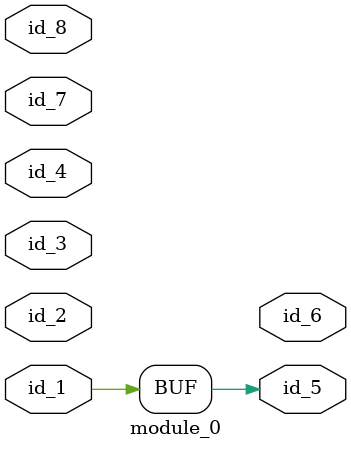
<source format=v>
module module_0 (
    id_1,
    id_2,
    id_3,
    id_4,
    id_5,
    id_6,
    id_7,
    id_8
);
  inout id_8;
  inout id_7;
  output id_6;
  output id_5;
  inout id_4;
  inout id_3;
  inout id_2;
  inout id_1;
  assign id_5 = id_1;
endmodule

</source>
